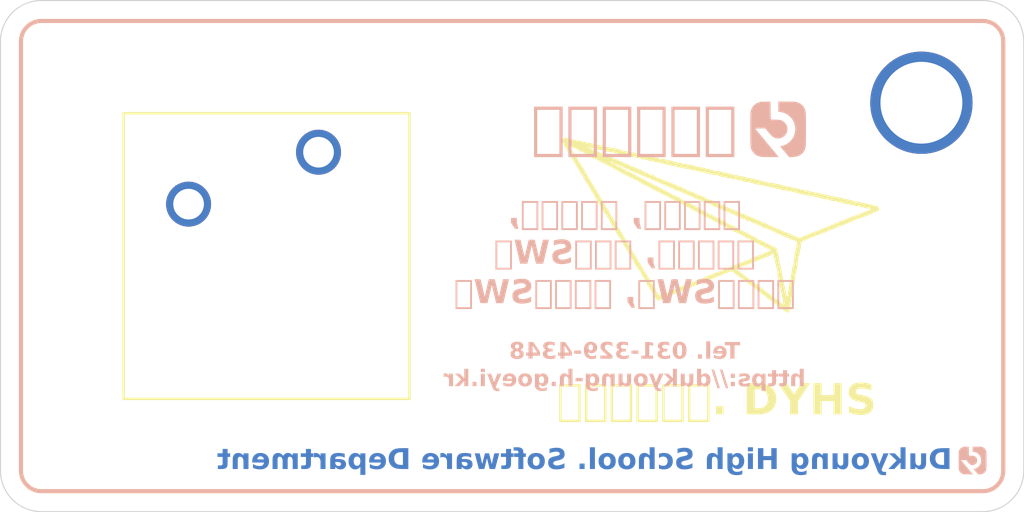
<source format=kicad_pcb>
(kicad_pcb (version 20240108) (generator "pcbnew") (generator_version "8.0")
  (layers (0 "F.Cu" signal) (31 "B.Cu" signal) (34 "B.Paste" user) (35 "F.Paste" user) (36 "B.SilkS" user "B.Silkscreen") (37 "F.SilkS" user "F.Silkscreen") (38 "B.Mask" user) (39 "F.Mask" user) (44 "Edge.Cuts" user))
  (net 0 "")
  (footprint "LOGO" (layer "F.Cu") (at 167.5 103)
    (property "Reference" "G***" (hide yes))
    (property "Value" "LOGO" (hide yes))
  )
  (footprint "Button_Switch_Keyboard:SW_Cherry_MX_1.00u_PCB" (layer "F.Cu") (at 147.54 99.42)
    (property "Reference" "SW1" (hide yes))
    (property "Value" "SW_Push" (hide yes))
    (pad "" np_thru_hole circle (at -7.62 5.08) (size 1.7 1.7) (drill 1.7) (layers "*.Cu" "*.Mask"))
    (pad "" np_thru_hole circle (at -2.54 5.08) (size 4 4) (drill 4) (layers "*.Cu" "*.Mask"))
    (pad "" np_thru_hole circle (at 2.54 5.08) (size 1.7 1.7) (drill 1.7) (layers "*.Cu" "*.Mask"))
    (pad "1" thru_hole circle (at 0 0) (size 2.2 2.2) (drill 1.5) (layers "*.Cu" "*.Mask"))
    (pad "2" thru_hole circle (at -6.35 2.54) (size 2.2 2.2) (drill 1.5) (layers "*.Cu" "*.Mask"))
  )
  (footprint "LOGO" (layer "B.Cu") (at 170 98.3 180)
    (property "Reference" "G***" (hide yes))
    (property "Value" "LOGO" (hide yes))
  )
  (footprint "LOGO" (layer "B.Cu") (at 179.5 114.5 180)
    (property "Reference" "G***" (hide yes))
    (property "Value" "LOGO" (hide yes))
  )
  (gr_line (start 181 94) (end 181 115) (stroke (width 0.2)) (layer "B.SilkS"))
  (gr_arc (start 180 93) (mid 180.707107 93.292893) (end 181 94) (stroke (width 0.2)) (layer "B.SilkS"))
  (gr_line (start 180 116) (end 134 116) (stroke (width 0.2)) (layer "B.SilkS"))
  (gr_arc (start 181 115) (mid 180.707107 115.707107) (end 180 116) (stroke (width 0.2)) (layer "B.SilkS"))
  (gr_arc (start 134 116) (mid 133.292892 115.707107) (end 133 115) (stroke (width 0.2)) (layer "B.SilkS"))
  (gr_line (start 133 115) (end 133 94) (stroke (width 0.2)) (layer "B.SilkS"))
  (gr_line (start 134 93) (end 180 93) (stroke (width 0.2)) (layer "B.SilkS"))
  (gr_arc (start 133 94) (mid 133.292893 93.292893) (end 134 93) (stroke (width 0.2)) (layer "B.SilkS"))
  (gr_line (start 180 116) (end 134 116) (stroke (width 0.2)) (layer "F.SilkS"))
  (gr_arc (start 134 116) (mid 133.292893 115.707107) (end 133 115) (stroke (width 0.2)) (layer "F.SilkS"))
  (gr_arc (start 133 94) (mid 133.292893 93.292893) (end 134 93) (stroke (width 0.2)) (layer "F.SilkS"))
  (gr_line (start 181 94) (end 181 115) (stroke (width 0.2)) (layer "F.SilkS"))
  (gr_arc (start 181 115) (mid 180.707107 115.707107) (end 180 116) (stroke (width 0.2)) (layer "F.SilkS"))
  (gr_line (start 133 115) (end 133 94) (stroke (width 0.2)) (layer "F.SilkS"))
  (gr_arc (start 180 93) (mid 180.707107 93.292893) (end 181 94) (stroke (width 0.2)) (layer "F.SilkS"))
  (gr_line (start 134 93) (end 180 93) (stroke (width 0.2)) (layer "F.SilkS"))
  (gr_arc (start 132 94) (mid 132.585786 92.585786) (end 134 92) (stroke (width 0.05)) (layer "Edge.Cuts"))
  (gr_line (start 132 115) (end 132 94) (stroke (width 0.05)) (layer "Edge.Cuts"))
  (gr_arc (start 134 117) (mid 132.585786 116.414214) (end 132 115) (stroke (width 0.05)) (layer "Edge.Cuts"))
  (gr_line (start 134 92) (end 180 92) (stroke (width 0.05)) (layer "Edge.Cuts"))
  (gr_line (start 182 94) (end 182 115) (stroke (width 0.05)) (layer "Edge.Cuts"))
  (gr_arc (start 180 92) (mid 181.414214 92.585786) (end 182 94) (stroke (width 0.05)) (layer "Edge.Cuts"))
  (gr_line (start 180 117) (end 134 117) (stroke (width 0.05)) (layer "Edge.Cuts"))
  (gr_arc (start 182 115) (mid 181.414214 116.414214) (end 180 117) (stroke (width 0.05)) (layer "Edge.Cuts"))
  (gr_text "소프트웨어부" (at 162.5 112.5 0) (layer "B.Cu") (effects (font (size 1.5 1.5) (thickness 0.3) (bold yes)) (justify left bottom)))
  (gr_text "소프트웨어부" (at 166.5 112.5 0) (layer "B.Cu") (effects (font (size 1.5 1.5) (thickness 0.3) (bold yes)) (justify left bottom mirror)))
  (gr_text "Dukyoung High School. Software Department" (at 178.5 114.5 0) (layer "B.Cu") (effects (font (size 1 1) (thickness 0.2) (bold yes)) (justify left mirror)))
  (gr_text "덕영고등학교" (at 168 99.5 0) (layer "B.SilkS") (effects (font (size 2 2) (thickness 0.3) (bold yes)) (justify left bottom mirror)))
  (gr_text "경영회계과, 빅데이터과,\n보건간호과, 그래픽SW과\n인공지능SW과, 정보보안SW과" (at 162.5 107 0) (layer "B.SilkS") (effects (font (size 1.15 1.15) (thickness 0.25) (bold yes)) (justify bottom mirror)))
  (gr_text "Tel. 031-329-4348\nhttps://dukyoung-h.goeyi.kr" (at 162.5 111 0) (layer "B.SilkS") (effects (font (size 0.8 0.8) (thickness 0.125) (bold yes)) (justify bottom mirror)))
  (gr_text "덕영고등학교. DYHS" (at 167 112.5 0) (layer "F.SilkS") (effects (font (size 1.5 1.5) (thickness 0.3) (bold yes)) (justify bottom)))
  (via (at 177 97) (size 5) (drill 4) (layers "F.Cu" "B.Cu") (net 0))
)
</source>
